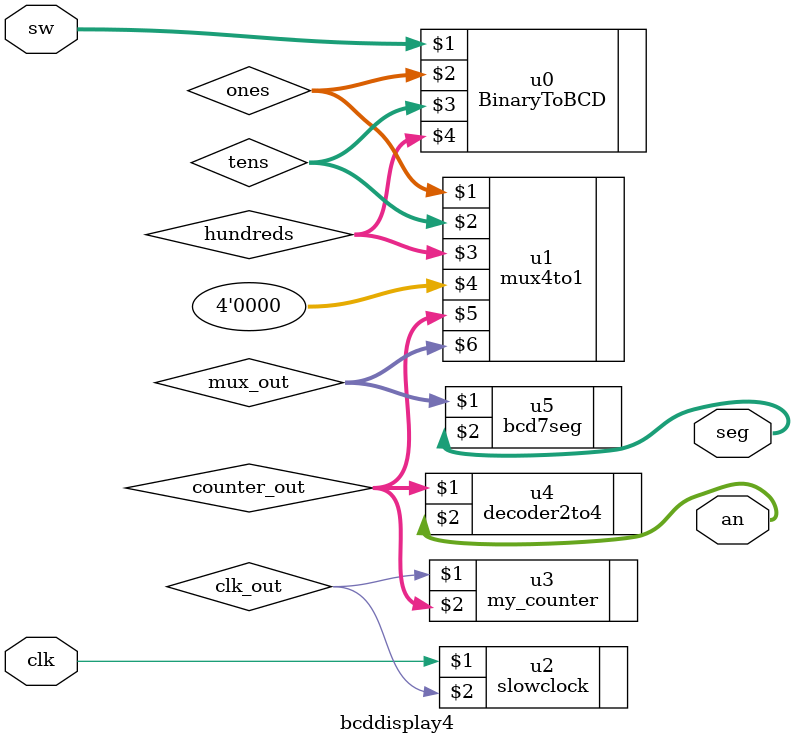
<source format=v>
module bcddisplay4(input clk, input [7:0] sw,
 output [3:0] an,
 output [6:0] seg);
parameter zero = 4'b0000;
wire clk_out;
wire [3:0] mux_out;
wire [1:0] counter_out;
wire [3:0] ones, tens, hundreds;
BinaryToBCD u0(sw, ones, tens, hundreds);
mux4to1 u1(ones, tens, hundreds, zero, counter_out, mux_out);
slowclock u2(clk, clk_out);
my_counter u3(clk_out, counter_out);
decoder2to4 u4(counter_out, an);
bcd7seg u5(mux_out, seg);
endmodule
</source>
